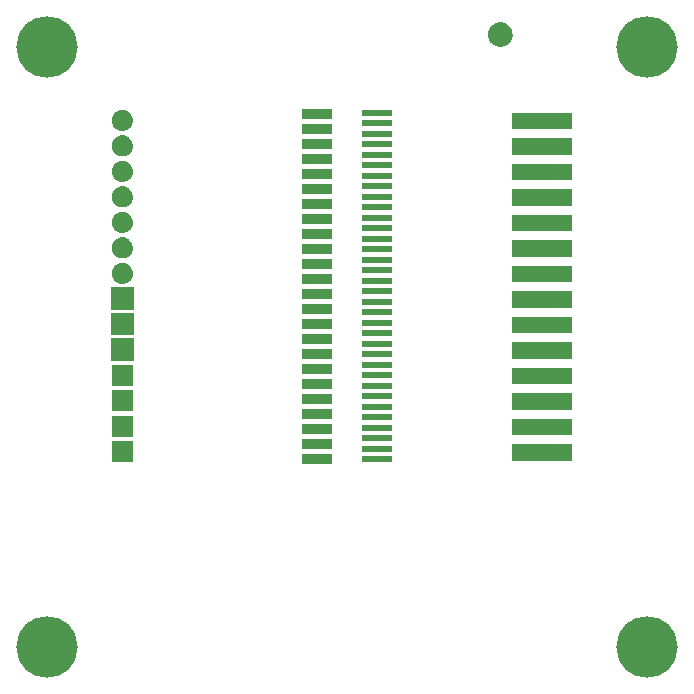
<source format=gbs>
G04 Layer: BottomSolderMaskLayer*
G04 EasyEDA v6.5.34, 2023-08-21 18:11:39*
G04 4ca8e21f01384ce798355673ebdf27e8,5a6b42c53f6a479593ecc07194224c93,10*
G04 Gerber Generator version 0.2*
G04 Scale: 100 percent, Rotated: No, Reflected: No *
G04 Dimensions in millimeters *
G04 leading zeros omitted , absolute positions ,4 integer and 5 decimal *
%FSLAX45Y45*%
%MOMM*%

%ADD10C,5.2032*%

%LPD*%
G36*
X4216400Y5669534D02*
G01*
X4207154Y5669127D01*
X4198010Y5667908D01*
X4189018Y5665876D01*
X4184599Y5664606D01*
X4175963Y5661406D01*
X4167632Y5657443D01*
X4159656Y5652770D01*
X4152137Y5647385D01*
X4145127Y5641390D01*
X4138676Y5634837D01*
X4132834Y5627674D01*
X4127652Y5620054D01*
X4123131Y5611977D01*
X4119372Y5603544D01*
X4116374Y5594858D01*
X4114139Y5585866D01*
X4112717Y5576773D01*
X4112107Y5567578D01*
X4112310Y5558332D01*
X4113326Y5549188D01*
X4115155Y5540146D01*
X4117797Y5531307D01*
X4119372Y5526938D01*
X4123131Y5518556D01*
X4127652Y5510479D01*
X4132834Y5502859D01*
X4138676Y5495696D01*
X4145127Y5489143D01*
X4152137Y5483098D01*
X4159656Y5477764D01*
X4167632Y5473090D01*
X4175963Y5469128D01*
X4184599Y5465927D01*
X4193489Y5463540D01*
X4202582Y5461914D01*
X4211777Y5461101D01*
X4221022Y5461101D01*
X4230166Y5461914D01*
X4239260Y5463540D01*
X4248150Y5465927D01*
X4256836Y5469128D01*
X4265168Y5473090D01*
X4273092Y5477764D01*
X4280611Y5483098D01*
X4287621Y5489143D01*
X4294073Y5495696D01*
X4299915Y5502859D01*
X4305096Y5510479D01*
X4309618Y5518556D01*
X4313377Y5526938D01*
X4316374Y5535676D01*
X4318609Y5544616D01*
X4320032Y5553760D01*
X4320641Y5562955D01*
X4320438Y5572201D01*
X4319422Y5581345D01*
X4317593Y5590387D01*
X4314952Y5599226D01*
X4311599Y5607812D01*
X4307433Y5616092D01*
X4302607Y5623915D01*
X4297070Y5631332D01*
X4290923Y5638190D01*
X4284218Y5644489D01*
X4276953Y5650179D01*
X4269181Y5655208D01*
X4261053Y5659526D01*
X4252518Y5663082D01*
X4248150Y5664606D01*
X4239260Y5666994D01*
X4230166Y5668619D01*
X4221022Y5669432D01*
G37*
G36*
X1013968Y3632809D02*
G01*
X1005382Y3632149D01*
X996848Y3630726D01*
X988517Y3628440D01*
X984453Y3627018D01*
X976579Y3623513D01*
X969010Y3619347D01*
X961948Y3614420D01*
X955344Y3608832D01*
X949299Y3602634D01*
X943914Y3595878D01*
X939241Y3588664D01*
X935228Y3580993D01*
X932027Y3572967D01*
X929589Y3564686D01*
X927963Y3556203D01*
X927455Y3551936D01*
X927100Y3543300D01*
X927455Y3534664D01*
X928674Y3526129D01*
X930706Y3517747D01*
X933551Y3509568D01*
X935228Y3505606D01*
X939241Y3497935D01*
X943914Y3490722D01*
X949299Y3483965D01*
X955344Y3477768D01*
X958545Y3474872D01*
X965403Y3469640D01*
X972718Y3465068D01*
X980490Y3461207D01*
X988517Y3458159D01*
X996848Y3455873D01*
X1005382Y3454400D01*
X1013968Y3453790D01*
X1022603Y3453993D01*
X1026921Y3454400D01*
X1035456Y3455873D01*
X1039621Y3456889D01*
X1047851Y3459581D01*
X1055725Y3463036D01*
X1063294Y3467252D01*
X1070356Y3472179D01*
X1073759Y3474872D01*
X1080058Y3480765D01*
X1085748Y3487267D01*
X1090828Y3494278D01*
X1095146Y3501745D01*
X1097076Y3505606D01*
X1100277Y3513632D01*
X1102715Y3521913D01*
X1104341Y3530396D01*
X1104849Y3534664D01*
X1105204Y3543300D01*
X1104849Y3551936D01*
X1103630Y3560470D01*
X1101598Y3568852D01*
X1098753Y3577031D01*
X1097076Y3580993D01*
X1093063Y3588664D01*
X1088390Y3595878D01*
X1082954Y3602634D01*
X1076960Y3608832D01*
X1070356Y3614420D01*
X1063294Y3619347D01*
X1055725Y3623513D01*
X1047851Y3627018D01*
X1039621Y3629660D01*
X1035456Y3630726D01*
X1026921Y3632149D01*
X1018286Y3632809D01*
G37*
G36*
X1013968Y3848709D02*
G01*
X1005382Y3848049D01*
X996848Y3846626D01*
X988517Y3844340D01*
X984453Y3842918D01*
X976579Y3839413D01*
X969010Y3835247D01*
X961948Y3830320D01*
X955344Y3824732D01*
X949299Y3818534D01*
X943914Y3811778D01*
X939241Y3804564D01*
X935228Y3796893D01*
X932027Y3788867D01*
X929589Y3780586D01*
X927963Y3772103D01*
X927455Y3767836D01*
X927100Y3759200D01*
X927455Y3750564D01*
X928674Y3742029D01*
X930706Y3733647D01*
X933551Y3725468D01*
X935228Y3721506D01*
X939241Y3713835D01*
X943914Y3706622D01*
X949299Y3699865D01*
X955344Y3693668D01*
X958545Y3690772D01*
X965403Y3685540D01*
X972718Y3680968D01*
X980490Y3677107D01*
X988517Y3674059D01*
X996848Y3671773D01*
X1005382Y3670300D01*
X1013968Y3669690D01*
X1022603Y3669893D01*
X1026921Y3670300D01*
X1035456Y3671773D01*
X1039621Y3672789D01*
X1047851Y3675481D01*
X1055725Y3678936D01*
X1063294Y3683152D01*
X1070356Y3688079D01*
X1073759Y3690772D01*
X1080058Y3696665D01*
X1085748Y3703167D01*
X1090828Y3710178D01*
X1095146Y3717645D01*
X1097076Y3721506D01*
X1100277Y3729532D01*
X1102715Y3737813D01*
X1104341Y3746296D01*
X1104849Y3750564D01*
X1105204Y3759200D01*
X1104849Y3767836D01*
X1103630Y3776370D01*
X1101598Y3784752D01*
X1098753Y3792931D01*
X1097076Y3796893D01*
X1093063Y3804564D01*
X1088390Y3811778D01*
X1082954Y3818534D01*
X1076960Y3824732D01*
X1070356Y3830320D01*
X1063294Y3835247D01*
X1055725Y3839413D01*
X1047851Y3842918D01*
X1039621Y3845560D01*
X1035456Y3846626D01*
X1026921Y3848049D01*
X1018286Y3848709D01*
G37*
G36*
X1013968Y4064609D02*
G01*
X1005382Y4063949D01*
X996848Y4062526D01*
X988517Y4060240D01*
X984453Y4058818D01*
X976579Y4055313D01*
X969010Y4051147D01*
X961948Y4046220D01*
X955344Y4040632D01*
X949299Y4034434D01*
X943914Y4027678D01*
X939241Y4020464D01*
X935228Y4012793D01*
X932027Y4004767D01*
X929589Y3996486D01*
X927963Y3988003D01*
X927455Y3983736D01*
X927100Y3975100D01*
X927455Y3966464D01*
X928674Y3957929D01*
X930706Y3949547D01*
X933551Y3941368D01*
X935228Y3937406D01*
X939241Y3929735D01*
X943914Y3922522D01*
X949299Y3915765D01*
X955344Y3909568D01*
X958545Y3906672D01*
X965403Y3901440D01*
X972718Y3896868D01*
X980490Y3893007D01*
X988517Y3889959D01*
X996848Y3887673D01*
X1005382Y3886200D01*
X1013968Y3885590D01*
X1022603Y3885793D01*
X1026921Y3886200D01*
X1035456Y3887673D01*
X1039621Y3888689D01*
X1047851Y3891381D01*
X1055725Y3894836D01*
X1063294Y3899052D01*
X1070356Y3903979D01*
X1073759Y3906672D01*
X1080058Y3912565D01*
X1085748Y3919067D01*
X1090828Y3926078D01*
X1095146Y3933545D01*
X1097076Y3937406D01*
X1100277Y3945432D01*
X1102715Y3953713D01*
X1104341Y3962196D01*
X1104849Y3966464D01*
X1105204Y3975100D01*
X1104849Y3983736D01*
X1103630Y3992270D01*
X1101598Y4000652D01*
X1098753Y4008831D01*
X1097076Y4012793D01*
X1093063Y4020464D01*
X1088390Y4027678D01*
X1082954Y4034434D01*
X1076960Y4040632D01*
X1070356Y4046220D01*
X1063294Y4051147D01*
X1055725Y4055313D01*
X1047851Y4058818D01*
X1039621Y4061460D01*
X1035456Y4062526D01*
X1026921Y4063949D01*
X1018286Y4064609D01*
G37*
G36*
X1013968Y4280509D02*
G01*
X1005382Y4279849D01*
X996848Y4278426D01*
X988517Y4276140D01*
X984453Y4274718D01*
X976579Y4271213D01*
X969010Y4267047D01*
X961948Y4262120D01*
X955344Y4256532D01*
X949299Y4250334D01*
X943914Y4243578D01*
X939241Y4236364D01*
X935228Y4228693D01*
X932027Y4220667D01*
X929589Y4212386D01*
X927963Y4203903D01*
X927455Y4199636D01*
X927100Y4191000D01*
X927455Y4182364D01*
X928674Y4173829D01*
X930706Y4165447D01*
X933551Y4157268D01*
X935228Y4153306D01*
X939241Y4145635D01*
X943914Y4138422D01*
X949299Y4131665D01*
X955344Y4125468D01*
X958545Y4122572D01*
X965403Y4117340D01*
X972718Y4112768D01*
X980490Y4108907D01*
X988517Y4105859D01*
X996848Y4103573D01*
X1005382Y4102100D01*
X1013968Y4101490D01*
X1022603Y4101693D01*
X1026921Y4102100D01*
X1035456Y4103573D01*
X1039621Y4104589D01*
X1047851Y4107281D01*
X1055725Y4110736D01*
X1063294Y4114952D01*
X1070356Y4119879D01*
X1073759Y4122572D01*
X1080058Y4128465D01*
X1085748Y4134967D01*
X1090828Y4141978D01*
X1095146Y4149445D01*
X1097076Y4153306D01*
X1100277Y4161332D01*
X1102715Y4169613D01*
X1104341Y4178096D01*
X1104849Y4182364D01*
X1105204Y4191000D01*
X1104849Y4199636D01*
X1103630Y4208170D01*
X1101598Y4216552D01*
X1098753Y4224731D01*
X1097076Y4228693D01*
X1093063Y4236364D01*
X1088390Y4243578D01*
X1082954Y4250334D01*
X1076960Y4256532D01*
X1070356Y4262120D01*
X1063294Y4267047D01*
X1055725Y4271213D01*
X1047851Y4274718D01*
X1039621Y4277360D01*
X1035456Y4278426D01*
X1026921Y4279849D01*
X1018286Y4280509D01*
G37*
G36*
X1013968Y4496409D02*
G01*
X1005382Y4495749D01*
X996848Y4494326D01*
X988517Y4492040D01*
X984453Y4490618D01*
X976579Y4487113D01*
X969010Y4482947D01*
X961948Y4478020D01*
X955344Y4472432D01*
X949299Y4466234D01*
X943914Y4459478D01*
X939241Y4452264D01*
X935228Y4444593D01*
X932027Y4436567D01*
X929589Y4428286D01*
X927963Y4419803D01*
X927455Y4415536D01*
X927100Y4406900D01*
X927455Y4398264D01*
X928674Y4389729D01*
X930706Y4381347D01*
X933551Y4373168D01*
X935228Y4369206D01*
X939241Y4361535D01*
X943914Y4354322D01*
X949299Y4347565D01*
X955344Y4341368D01*
X958545Y4338472D01*
X965403Y4333240D01*
X972718Y4328668D01*
X980490Y4324807D01*
X988517Y4321759D01*
X996848Y4319473D01*
X1005382Y4318000D01*
X1013968Y4317390D01*
X1022603Y4317593D01*
X1026921Y4318000D01*
X1035456Y4319473D01*
X1039621Y4320489D01*
X1047851Y4323181D01*
X1055725Y4326636D01*
X1063294Y4330852D01*
X1070356Y4335780D01*
X1073759Y4338472D01*
X1080058Y4344365D01*
X1085748Y4350867D01*
X1090828Y4357878D01*
X1095146Y4365345D01*
X1097076Y4369206D01*
X1100277Y4377232D01*
X1102715Y4385513D01*
X1104341Y4393996D01*
X1104849Y4398264D01*
X1105204Y4406900D01*
X1104849Y4415536D01*
X1103630Y4424070D01*
X1101598Y4432452D01*
X1098753Y4440631D01*
X1097076Y4444593D01*
X1093063Y4452264D01*
X1088390Y4459478D01*
X1082954Y4466234D01*
X1076960Y4472432D01*
X1070356Y4478020D01*
X1063294Y4482947D01*
X1055725Y4487113D01*
X1047851Y4490618D01*
X1039621Y4493260D01*
X1035456Y4494326D01*
X1026921Y4495749D01*
X1018286Y4496409D01*
G37*
G36*
X1013968Y4712309D02*
G01*
X1005382Y4711649D01*
X996848Y4710226D01*
X988517Y4707940D01*
X984453Y4706518D01*
X976579Y4703013D01*
X969010Y4698847D01*
X961948Y4693920D01*
X955344Y4688332D01*
X949299Y4682134D01*
X943914Y4675378D01*
X939241Y4668164D01*
X935228Y4660493D01*
X932027Y4652467D01*
X929589Y4644186D01*
X927963Y4635703D01*
X927455Y4631436D01*
X927100Y4622800D01*
X927455Y4614164D01*
X928674Y4605629D01*
X930706Y4597196D01*
X933551Y4589068D01*
X937158Y4581194D01*
X941476Y4573778D01*
X946556Y4566767D01*
X952246Y4560265D01*
X958545Y4554372D01*
X965403Y4549140D01*
X972718Y4544568D01*
X980490Y4540707D01*
X988517Y4537659D01*
X996848Y4535373D01*
X1005382Y4533900D01*
X1013968Y4533290D01*
X1022603Y4533493D01*
X1026921Y4533900D01*
X1035456Y4535373D01*
X1039621Y4536389D01*
X1047851Y4539081D01*
X1055725Y4542536D01*
X1063294Y4546752D01*
X1070356Y4551680D01*
X1073759Y4554372D01*
X1080058Y4560265D01*
X1085748Y4566767D01*
X1090828Y4573778D01*
X1095146Y4581194D01*
X1098753Y4589068D01*
X1101598Y4597196D01*
X1103630Y4605629D01*
X1104849Y4614164D01*
X1105204Y4622800D01*
X1104849Y4631436D01*
X1103630Y4639970D01*
X1101598Y4648352D01*
X1098753Y4656531D01*
X1097076Y4660493D01*
X1093063Y4668164D01*
X1088390Y4675378D01*
X1082954Y4682134D01*
X1076960Y4688332D01*
X1070356Y4693920D01*
X1063294Y4698847D01*
X1055725Y4703013D01*
X1047851Y4706518D01*
X1039621Y4709160D01*
X1035456Y4710226D01*
X1026921Y4711649D01*
X1018286Y4712309D01*
G37*
G36*
X1013968Y4928209D02*
G01*
X1005382Y4927549D01*
X996848Y4926126D01*
X988517Y4923840D01*
X984453Y4922418D01*
X976579Y4918913D01*
X969010Y4914747D01*
X961948Y4909820D01*
X955344Y4904232D01*
X949299Y4898034D01*
X943914Y4891278D01*
X939241Y4884064D01*
X935228Y4876393D01*
X932027Y4868367D01*
X929589Y4860086D01*
X927963Y4851603D01*
X927455Y4847336D01*
X927100Y4838700D01*
X927455Y4830064D01*
X928674Y4821529D01*
X930706Y4813096D01*
X933551Y4804968D01*
X937158Y4797094D01*
X941476Y4789678D01*
X946556Y4782667D01*
X952246Y4776165D01*
X958545Y4770272D01*
X965403Y4765040D01*
X972718Y4760468D01*
X980490Y4756607D01*
X988517Y4753559D01*
X996848Y4751273D01*
X1005382Y4749800D01*
X1013968Y4749190D01*
X1022603Y4749393D01*
X1026921Y4749800D01*
X1035456Y4751273D01*
X1039621Y4752289D01*
X1047851Y4754981D01*
X1055725Y4758436D01*
X1063294Y4762652D01*
X1070356Y4767580D01*
X1073759Y4770272D01*
X1080058Y4776165D01*
X1085748Y4782667D01*
X1090828Y4789678D01*
X1095146Y4797094D01*
X1098753Y4804968D01*
X1101598Y4813096D01*
X1103630Y4821529D01*
X1104849Y4830064D01*
X1105204Y4838700D01*
X1104849Y4847336D01*
X1103630Y4855870D01*
X1101598Y4864252D01*
X1098753Y4872431D01*
X1097076Y4876393D01*
X1093063Y4884064D01*
X1088390Y4891278D01*
X1082954Y4898034D01*
X1076960Y4904232D01*
X1070356Y4909820D01*
X1063294Y4914747D01*
X1055725Y4918913D01*
X1047851Y4922418D01*
X1039621Y4925060D01*
X1035456Y4926126D01*
X1026921Y4927549D01*
X1018286Y4928209D01*
G37*
D10*
G01*
X380992Y5460992D03*
G01*
X380992Y380992D03*
G01*
X5460992Y380992D03*
G01*
X5460992Y5460992D03*
G36*
X4317992Y2095492D02*
G01*
X4825992Y2095492D01*
X4825992Y1955792D01*
X4317992Y1955792D01*
G37*
G36*
X4317992Y2311392D02*
G01*
X4825992Y2311392D01*
X4825992Y2171692D01*
X4317992Y2171692D01*
G37*
G36*
X4317992Y2527292D02*
G01*
X4825992Y2527292D01*
X4825992Y2387592D01*
X4317992Y2387592D01*
G37*
G36*
X4317992Y2743192D02*
G01*
X4825992Y2743192D01*
X4825992Y2603492D01*
X4317992Y2603492D01*
G37*
G36*
X4317992Y2959092D02*
G01*
X4825992Y2959092D01*
X4825992Y2819392D01*
X4317992Y2819392D01*
G37*
G36*
X4317992Y3174992D02*
G01*
X4825992Y3174992D01*
X4825992Y3035292D01*
X4317992Y3035292D01*
G37*
G36*
X4317992Y3390892D02*
G01*
X4825992Y3390892D01*
X4825992Y3251192D01*
X4317992Y3251192D01*
G37*
G36*
X4317992Y3606792D02*
G01*
X4825992Y3606792D01*
X4825992Y3467092D01*
X4317992Y3467092D01*
G37*
G36*
X4317992Y3822692D02*
G01*
X4825992Y3822692D01*
X4825992Y3682992D01*
X4317992Y3682992D01*
G37*
G36*
X4317992Y4038592D02*
G01*
X4825992Y4038592D01*
X4825992Y3898892D01*
X4317992Y3898892D01*
G37*
G36*
X4317992Y4254492D02*
G01*
X4825992Y4254492D01*
X4825992Y4114792D01*
X4317992Y4114792D01*
G37*
G36*
X4317992Y4470392D02*
G01*
X4825992Y4470392D01*
X4825992Y4330692D01*
X4317992Y4330692D01*
G37*
G36*
X4317992Y4686292D02*
G01*
X4825992Y4686292D01*
X4825992Y4546592D01*
X4317992Y4546592D01*
G37*
G36*
X4317992Y4902192D02*
G01*
X4825992Y4902192D01*
X4825992Y4762492D01*
X4317992Y4762492D01*
G37*
G36*
X2539992Y3409942D02*
G01*
X2793992Y3409942D01*
X2793992Y3321042D01*
X2539992Y3321042D01*
G37*
G36*
X2540017Y3282942D02*
G01*
X2794017Y3282942D01*
X2794017Y3194042D01*
X2540017Y3194042D01*
G37*
G36*
X2540017Y3028942D02*
G01*
X2794017Y3028942D01*
X2794017Y2940042D01*
X2540017Y2940042D01*
G37*
G36*
X2540017Y3155942D02*
G01*
X2794017Y3155942D01*
X2794017Y3067042D01*
X2540017Y3067042D01*
G37*
G36*
X2540017Y2774942D02*
G01*
X2794017Y2774942D01*
X2794017Y2686042D01*
X2540017Y2686042D01*
G37*
G36*
X2540017Y2901942D02*
G01*
X2794017Y2901942D01*
X2794017Y2813042D01*
X2540017Y2813042D01*
G37*
G36*
X2540017Y2520942D02*
G01*
X2794017Y2520942D01*
X2794017Y2432042D01*
X2540017Y2432042D01*
G37*
G36*
X2540017Y2647942D02*
G01*
X2794017Y2647942D01*
X2794017Y2559042D01*
X2540017Y2559042D01*
G37*
G36*
X2540017Y2266942D02*
G01*
X2794017Y2266942D01*
X2794017Y2178042D01*
X2540017Y2178042D01*
G37*
G36*
X2540017Y2393942D02*
G01*
X2794017Y2393942D01*
X2794017Y2305042D01*
X2540017Y2305042D01*
G37*
G36*
X2540017Y2012942D02*
G01*
X2794017Y2012942D01*
X2794017Y1924042D01*
X2540017Y1924042D01*
G37*
G36*
X2540017Y2139942D02*
G01*
X2794017Y2139942D01*
X2794017Y2051042D01*
X2540017Y2051042D01*
G37*
G36*
X2539992Y3663942D02*
G01*
X2793992Y3663942D01*
X2793992Y3575042D01*
X2539992Y3575042D01*
G37*
G36*
X2540017Y3536942D02*
G01*
X2794017Y3536942D01*
X2794017Y3448042D01*
X2540017Y3448042D01*
G37*
G36*
X2539992Y3917942D02*
G01*
X2793992Y3917942D01*
X2793992Y3829042D01*
X2539992Y3829042D01*
G37*
G36*
X2540017Y3790942D02*
G01*
X2794017Y3790942D01*
X2794017Y3702042D01*
X2540017Y3702042D01*
G37*
G36*
X2539992Y4171942D02*
G01*
X2793992Y4171942D01*
X2793992Y4083042D01*
X2539992Y4083042D01*
G37*
G36*
X2540017Y4044942D02*
G01*
X2794017Y4044942D01*
X2794017Y3956042D01*
X2540017Y3956042D01*
G37*
G36*
X2539992Y4425942D02*
G01*
X2793992Y4425942D01*
X2793992Y4337042D01*
X2539992Y4337042D01*
G37*
G36*
X2540017Y4298942D02*
G01*
X2794017Y4298942D01*
X2794017Y4210042D01*
X2540017Y4210042D01*
G37*
G36*
X2539992Y4679942D02*
G01*
X2793992Y4679942D01*
X2793992Y4591042D01*
X2539992Y4591042D01*
G37*
G36*
X2540017Y4552942D02*
G01*
X2794017Y4552942D01*
X2794017Y4464042D01*
X2540017Y4464042D01*
G37*
G36*
X2539992Y4806942D02*
G01*
X2793992Y4806942D01*
X2793992Y4718042D01*
X2539992Y4718042D01*
G37*
G36*
X2539992Y4933942D02*
G01*
X2793992Y4933942D01*
X2793992Y4845042D01*
X2539992Y4845042D01*
G37*
G36*
X3047992Y3149592D02*
G01*
X3301992Y3149592D01*
X3301992Y3098792D01*
X3047992Y3098792D01*
G37*
G36*
X3047992Y3060692D02*
G01*
X3301992Y3060692D01*
X3301992Y3009892D01*
X3047992Y3009892D01*
G37*
G36*
X3047992Y2971792D02*
G01*
X3301992Y2971792D01*
X3301992Y2920992D01*
X3047992Y2920992D01*
G37*
G36*
X3047992Y2705092D02*
G01*
X3301992Y2705092D01*
X3301992Y2654292D01*
X3047992Y2654292D01*
G37*
G36*
X3047992Y2793992D02*
G01*
X3301992Y2793992D01*
X3301992Y2743192D01*
X3047992Y2743192D01*
G37*
G36*
X3047992Y2882892D02*
G01*
X3301992Y2882892D01*
X3301992Y2832092D01*
X3047992Y2832092D01*
G37*
G36*
X3047992Y2438392D02*
G01*
X3301992Y2438392D01*
X3301992Y2387592D01*
X3047992Y2387592D01*
G37*
G36*
X3047992Y2527292D02*
G01*
X3301992Y2527292D01*
X3301992Y2476492D01*
X3047992Y2476492D01*
G37*
G36*
X3047992Y2616192D02*
G01*
X3301992Y2616192D01*
X3301992Y2565392D01*
X3047992Y2565392D01*
G37*
G36*
X3047992Y2171692D02*
G01*
X3301992Y2171692D01*
X3301992Y2120892D01*
X3047992Y2120892D01*
G37*
G36*
X3047992Y2260592D02*
G01*
X3301992Y2260592D01*
X3301992Y2209792D01*
X3047992Y2209792D01*
G37*
G36*
X3047992Y2349492D02*
G01*
X3301992Y2349492D01*
X3301992Y2298692D01*
X3047992Y2298692D01*
G37*
G36*
X3047992Y1993892D02*
G01*
X3301992Y1993892D01*
X3301992Y1943092D01*
X3047992Y1943092D01*
G37*
G36*
X3047992Y2082792D02*
G01*
X3301992Y2082792D01*
X3301992Y2031992D01*
X3047992Y2031992D01*
G37*
G36*
X3047992Y3327392D02*
G01*
X3301992Y3327392D01*
X3301992Y3276592D01*
X3047992Y3276592D01*
G37*
G36*
X3047992Y3238492D02*
G01*
X3301992Y3238492D01*
X3301992Y3187692D01*
X3047992Y3187692D01*
G37*
G36*
X3047992Y3594092D02*
G01*
X3301992Y3594092D01*
X3301992Y3543292D01*
X3047992Y3543292D01*
G37*
G36*
X3047992Y3505192D02*
G01*
X3301992Y3505192D01*
X3301992Y3454392D01*
X3047992Y3454392D01*
G37*
G36*
X3047992Y3416292D02*
G01*
X3301992Y3416292D01*
X3301992Y3365492D01*
X3047992Y3365492D01*
G37*
G36*
X3047992Y3860792D02*
G01*
X3301992Y3860792D01*
X3301992Y3809992D01*
X3047992Y3809992D01*
G37*
G36*
X3047992Y3771892D02*
G01*
X3301992Y3771892D01*
X3301992Y3721092D01*
X3047992Y3721092D01*
G37*
G36*
X3047992Y3682992D02*
G01*
X3301992Y3682992D01*
X3301992Y3632192D01*
X3047992Y3632192D01*
G37*
G36*
X3047992Y4127492D02*
G01*
X3301992Y4127492D01*
X3301992Y4076692D01*
X3047992Y4076692D01*
G37*
G36*
X3047992Y4038592D02*
G01*
X3301992Y4038592D01*
X3301992Y3987792D01*
X3047992Y3987792D01*
G37*
G36*
X3047992Y3949692D02*
G01*
X3301992Y3949692D01*
X3301992Y3898892D01*
X3047992Y3898892D01*
G37*
G36*
X3047992Y4394192D02*
G01*
X3301992Y4394192D01*
X3301992Y4343392D01*
X3047992Y4343392D01*
G37*
G36*
X3047992Y4305292D02*
G01*
X3301992Y4305292D01*
X3301992Y4254492D01*
X3047992Y4254492D01*
G37*
G36*
X3047992Y4216392D02*
G01*
X3301992Y4216392D01*
X3301992Y4165592D01*
X3047992Y4165592D01*
G37*
G36*
X3047992Y4660892D02*
G01*
X3301992Y4660892D01*
X3301992Y4610092D01*
X3047992Y4610092D01*
G37*
G36*
X3047992Y4571992D02*
G01*
X3301992Y4571992D01*
X3301992Y4521192D01*
X3047992Y4521192D01*
G37*
G36*
X3047992Y4483092D02*
G01*
X3301992Y4483092D01*
X3301992Y4432292D01*
X3047992Y4432292D01*
G37*
G36*
X3047992Y4749792D02*
G01*
X3301992Y4749792D01*
X3301992Y4698992D01*
X3047992Y4698992D01*
G37*
G36*
X3047992Y4838692D02*
G01*
X3301992Y4838692D01*
X3301992Y4787892D01*
X3047992Y4787892D01*
G37*
G36*
X3047992Y4927592D02*
G01*
X3301992Y4927592D01*
X3301992Y4876792D01*
X3047992Y4876792D01*
G37*
G36*
X920742Y3422642D02*
G01*
X1111242Y3422642D01*
X1111242Y3232142D01*
X920742Y3232142D01*
G37*
G36*
X920742Y3206742D02*
G01*
X1111242Y3206742D01*
X1111242Y3016242D01*
X920742Y3016242D01*
G37*
G36*
X920742Y2990842D02*
G01*
X1111242Y2990842D01*
X1111242Y2800342D01*
X920742Y2800342D01*
G37*
G36*
X927092Y2768592D02*
G01*
X1104892Y2768592D01*
X1104892Y2590792D01*
X927092Y2590792D01*
G37*
G36*
X927092Y2120892D02*
G01*
X1104892Y2120892D01*
X1104892Y1943092D01*
X927092Y1943092D01*
G37*
G36*
X927092Y2552692D02*
G01*
X1104892Y2552692D01*
X1104892Y2374892D01*
X927092Y2374892D01*
G37*
G36*
X927092Y2336792D02*
G01*
X1104892Y2336792D01*
X1104892Y2158992D01*
X927092Y2158992D01*
G37*
M02*

</source>
